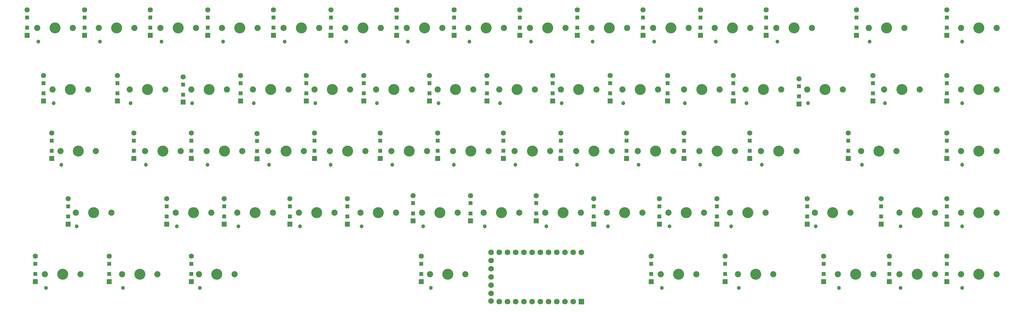
<source format=gts>
G04 #@! TF.GenerationSoftware,KiCad,Pcbnew,6.0.2+dfsg-1*
G04 #@! TF.CreationDate,2023-02-02T22:31:43+01:00*
G04 #@! TF.ProjectId,keyboard,6b657962-6f61-4726-942e-6b696361645f,rev?*
G04 #@! TF.SameCoordinates,Original*
G04 #@! TF.FileFunction,Soldermask,Top*
G04 #@! TF.FilePolarity,Negative*
%FSLAX46Y46*%
G04 Gerber Fmt 4.6, Leading zero omitted, Abs format (unit mm)*
G04 Created by KiCad (PCBNEW 6.0.2+dfsg-1) date 2023-02-02 22:31:43*
%MOMM*%
%LPD*%
G01*
G04 APERTURE LIST*
%ADD10C,1.900000*%
%ADD11C,3.400000*%
%ADD12C,1.200000*%
%ADD13R,1.200000X1.200000*%
%ADD14R,1.600000X1.600000*%
%ADD15C,1.600000*%
%ADD16R,1.752600X1.752600*%
%ADD17C,1.752600*%
G04 APERTURE END LIST*
D10*
X194846500Y-80415500D03*
D11*
X189346500Y-80415500D03*
D12*
X184126500Y-84615500D03*
D10*
X183846500Y-80415500D03*
D12*
X157932750Y-122715500D03*
D11*
X163152750Y-118515500D03*
D10*
X168652750Y-118515500D03*
X157652750Y-118515500D03*
D11*
X258402750Y-118515500D03*
D10*
X252902750Y-118515500D03*
X263902750Y-118515500D03*
D12*
X253182750Y-122715500D03*
D11*
X234590250Y-118515500D03*
D10*
X229090250Y-118515500D03*
X240090250Y-118515500D03*
D12*
X229370250Y-122715500D03*
D11*
X91715250Y-118515500D03*
D10*
X86215250Y-118515500D03*
X97215250Y-118515500D03*
D12*
X86495250Y-122715500D03*
D11*
X67902750Y-118515500D03*
D10*
X62402750Y-118515500D03*
X73402750Y-118515500D03*
D12*
X62682750Y-122715500D03*
D11*
X44090250Y-118515500D03*
D10*
X38590250Y-118515500D03*
X49590250Y-118515500D03*
D12*
X38870250Y-122715500D03*
D11*
X282215250Y-99465500D03*
D10*
X276715250Y-99465500D03*
X287715250Y-99465500D03*
D12*
X276995250Y-103665500D03*
D11*
X53615250Y-99465500D03*
D10*
X48115250Y-99465500D03*
X59115250Y-99465500D03*
D12*
X48395250Y-103665500D03*
D11*
X296502750Y-80415500D03*
D10*
X291002750Y-80415500D03*
X302002750Y-80415500D03*
D12*
X291282750Y-84615500D03*
D11*
X48852750Y-80415500D03*
D10*
X43352750Y-80415500D03*
X54352750Y-80415500D03*
D12*
X43632750Y-84615500D03*
D11*
X303646500Y-61365500D03*
D10*
X298146500Y-61365500D03*
X309146500Y-61365500D03*
D12*
X298426500Y-65565500D03*
D11*
X46471500Y-61365500D03*
D10*
X40971500Y-61365500D03*
X51971500Y-61365500D03*
D12*
X41251500Y-65565500D03*
D11*
X298884000Y-42315500D03*
D10*
X293384000Y-42315500D03*
X304384000Y-42315500D03*
D12*
X293664000Y-46515500D03*
D13*
X317500000Y-39065000D03*
X317500000Y-42215000D03*
D14*
X317500000Y-44540000D03*
D15*
X317500000Y-36740000D03*
D13*
X317500000Y-115265000D03*
X317500000Y-118415000D03*
D14*
X317500000Y-120740000D03*
D15*
X317500000Y-112940000D03*
D13*
X299720000Y-115265000D03*
X299720000Y-118415000D03*
D14*
X299720000Y-120740000D03*
D15*
X299720000Y-112940000D03*
D13*
X279400000Y-115265000D03*
X279400000Y-118415000D03*
D14*
X279400000Y-120740000D03*
D15*
X279400000Y-112940000D03*
D13*
X248920000Y-115265000D03*
X248920000Y-118415000D03*
D14*
X248920000Y-120740000D03*
D15*
X248920000Y-112940000D03*
D13*
X226060000Y-115265000D03*
X226060000Y-118415000D03*
D14*
X226060000Y-120740000D03*
D15*
X226060000Y-112940000D03*
D13*
X154940000Y-115265000D03*
X154940000Y-118415000D03*
D14*
X154940000Y-120740000D03*
D15*
X154940000Y-112940000D03*
D13*
X83820000Y-115265000D03*
X83820000Y-118415000D03*
D14*
X83820000Y-120740000D03*
D15*
X83820000Y-112940000D03*
D13*
X58420000Y-115265000D03*
X58420000Y-118415000D03*
D14*
X58420000Y-120740000D03*
D15*
X58420000Y-112940000D03*
D13*
X35560000Y-115265000D03*
X35560000Y-118415000D03*
D14*
X35560000Y-120740000D03*
D15*
X35560000Y-112940000D03*
D13*
X317500000Y-97485000D03*
X317500000Y-100635000D03*
D14*
X317500000Y-102960000D03*
D15*
X317500000Y-95160000D03*
D13*
X297180000Y-97485000D03*
X297180000Y-100635000D03*
D14*
X297180000Y-102960000D03*
D15*
X297180000Y-95160000D03*
D13*
X274320000Y-97485000D03*
X274320000Y-100635000D03*
D14*
X274320000Y-102960000D03*
D15*
X274320000Y-95160000D03*
D13*
X246380000Y-97485000D03*
X246380000Y-100635000D03*
D14*
X246380000Y-102960000D03*
D15*
X246380000Y-95160000D03*
D13*
X228600000Y-97485000D03*
X228600000Y-100635000D03*
D14*
X228600000Y-102960000D03*
D15*
X228600000Y-95160000D03*
D13*
X208280000Y-97485000D03*
X208280000Y-100635000D03*
D14*
X208280000Y-102960000D03*
D15*
X208280000Y-95160000D03*
D13*
X190500000Y-96520000D03*
X190500000Y-99670000D03*
D14*
X190500000Y-101995000D03*
D15*
X190500000Y-94195000D03*
D13*
X170180000Y-96520000D03*
X170180000Y-99670000D03*
D14*
X170180000Y-101995000D03*
D15*
X170180000Y-94195000D03*
D13*
X152400000Y-96520000D03*
X152400000Y-99670000D03*
D14*
X152400000Y-101995000D03*
D15*
X152400000Y-94195000D03*
D13*
X132080000Y-97485000D03*
X132080000Y-100635000D03*
D14*
X132080000Y-102960000D03*
D15*
X132080000Y-95160000D03*
D13*
X114300000Y-97485000D03*
X114300000Y-100635000D03*
D14*
X114300000Y-102960000D03*
D15*
X114300000Y-95160000D03*
D13*
X93980000Y-97485000D03*
X93980000Y-100635000D03*
D14*
X93980000Y-102960000D03*
D15*
X93980000Y-95160000D03*
D13*
X76200000Y-97485000D03*
X76200000Y-100635000D03*
D14*
X76200000Y-102960000D03*
D15*
X76200000Y-95160000D03*
D13*
X45720000Y-97485000D03*
X45720000Y-100635000D03*
D14*
X45720000Y-102960000D03*
D15*
X45720000Y-95160000D03*
D13*
X317500000Y-77165000D03*
X317500000Y-80315000D03*
D14*
X317500000Y-82640000D03*
D15*
X317500000Y-74840000D03*
D13*
X287020000Y-77165000D03*
X287020000Y-80315000D03*
D14*
X287020000Y-82640000D03*
D15*
X287020000Y-74840000D03*
D13*
X256540000Y-77165000D03*
X256540000Y-80315000D03*
D14*
X256540000Y-82640000D03*
D15*
X256540000Y-74840000D03*
D13*
X236220000Y-77165000D03*
X236220000Y-80315000D03*
D14*
X236220000Y-82640000D03*
D15*
X236220000Y-74840000D03*
D13*
X218440000Y-77165000D03*
X218440000Y-80315000D03*
D14*
X218440000Y-82640000D03*
D15*
X218440000Y-74840000D03*
D13*
X198120000Y-77165000D03*
X198120000Y-80315000D03*
D14*
X198120000Y-82640000D03*
D15*
X198120000Y-74840000D03*
D13*
X180340000Y-77165000D03*
X180340000Y-80315000D03*
D14*
X180340000Y-82640000D03*
D15*
X180340000Y-74840000D03*
D13*
X160020000Y-77165000D03*
X160020000Y-80315000D03*
D14*
X160020000Y-82640000D03*
D15*
X160020000Y-74840000D03*
D13*
X142240000Y-77165000D03*
X142240000Y-80315000D03*
D14*
X142240000Y-82640000D03*
D15*
X142240000Y-74840000D03*
D13*
X121920000Y-77165000D03*
X121920000Y-80315000D03*
D14*
X121920000Y-82640000D03*
D15*
X121920000Y-74840000D03*
D13*
X104140000Y-77265500D03*
X104140000Y-80415500D03*
D14*
X104140000Y-82740500D03*
D15*
X104140000Y-74940500D03*
D13*
X83820000Y-77165000D03*
X83820000Y-80315000D03*
D14*
X83820000Y-82640000D03*
D15*
X83820000Y-74840000D03*
D13*
X66040000Y-77165000D03*
X66040000Y-80315000D03*
D14*
X66040000Y-82640000D03*
D15*
X66040000Y-74840000D03*
D13*
X40640000Y-77165000D03*
X40640000Y-80315000D03*
D14*
X40640000Y-82640000D03*
D15*
X40640000Y-74840000D03*
D13*
X317500000Y-59385000D03*
X317500000Y-62535000D03*
D14*
X317500000Y-64860000D03*
D15*
X317500000Y-57060000D03*
D13*
X294640000Y-59385000D03*
X294640000Y-62535000D03*
D14*
X294640000Y-64860000D03*
D15*
X294640000Y-57060000D03*
D13*
X271780000Y-60350000D03*
X271780000Y-63500000D03*
D14*
X271780000Y-65825000D03*
D15*
X271780000Y-58025000D03*
D13*
X251460000Y-59385000D03*
X251460000Y-62535000D03*
D14*
X251460000Y-64860000D03*
D15*
X251460000Y-57060000D03*
X231140000Y-57060000D03*
D14*
X231140000Y-64860000D03*
D13*
X231140000Y-62535000D03*
X231140000Y-59385000D03*
X213360000Y-59385000D03*
X213360000Y-62535000D03*
D14*
X213360000Y-64860000D03*
D15*
X213360000Y-57060000D03*
D13*
X195580000Y-59385000D03*
X195580000Y-62535000D03*
D14*
X195580000Y-64860000D03*
D15*
X195580000Y-57060000D03*
D13*
X175260000Y-59385000D03*
X175260000Y-62535000D03*
D14*
X175260000Y-64860000D03*
D15*
X175260000Y-57060000D03*
D13*
X157480000Y-59385000D03*
X157480000Y-62535000D03*
D14*
X157480000Y-64860000D03*
D15*
X157480000Y-57060000D03*
D13*
X137160000Y-59385000D03*
X137160000Y-62535000D03*
D14*
X137160000Y-64860000D03*
D15*
X137160000Y-57060000D03*
X119380000Y-57060000D03*
D14*
X119380000Y-64860000D03*
D13*
X119380000Y-62535000D03*
X119380000Y-59385000D03*
X99060000Y-59385000D03*
X99060000Y-62535000D03*
D14*
X99060000Y-64860000D03*
D15*
X99060000Y-57060000D03*
D13*
X81280000Y-59790500D03*
X81280000Y-62940500D03*
D14*
X81280000Y-65265500D03*
D15*
X81280000Y-57465500D03*
D13*
X60960000Y-59385000D03*
X60960000Y-62535000D03*
D14*
X60960000Y-64860000D03*
D15*
X60960000Y-57060000D03*
D13*
X38100000Y-59385000D03*
X38100000Y-62535000D03*
D14*
X38100000Y-64860000D03*
D15*
X38100000Y-57060000D03*
D13*
X289560000Y-39065000D03*
X289560000Y-42215000D03*
D14*
X289560000Y-44540000D03*
D15*
X289560000Y-36740000D03*
D13*
X261620000Y-39065000D03*
X261620000Y-42215000D03*
D14*
X261620000Y-44540000D03*
D15*
X261620000Y-36740000D03*
D13*
X241300000Y-39065000D03*
X241300000Y-42215000D03*
D14*
X241300000Y-44540000D03*
D15*
X241300000Y-36740000D03*
D13*
X223520000Y-39065000D03*
X223520000Y-42215000D03*
D14*
X223520000Y-44540000D03*
D15*
X223520000Y-36740000D03*
D13*
X203200000Y-39065000D03*
X203200000Y-42215000D03*
D14*
X203200000Y-44540000D03*
D15*
X203200000Y-36740000D03*
D13*
X185420000Y-39065000D03*
X185420000Y-42215000D03*
D14*
X185420000Y-44540000D03*
D15*
X185420000Y-36740000D03*
D13*
X165100000Y-39065000D03*
X165100000Y-42215000D03*
D14*
X165100000Y-44540000D03*
D15*
X165100000Y-36740000D03*
D13*
X147320000Y-39065000D03*
X147320000Y-42215000D03*
D14*
X147320000Y-44540000D03*
D15*
X147320000Y-36740000D03*
D13*
X127000000Y-39065000D03*
X127000000Y-42215000D03*
D14*
X127000000Y-44540000D03*
D15*
X127000000Y-36740000D03*
D13*
X109220000Y-39065000D03*
X109220000Y-42215000D03*
D14*
X109220000Y-44540000D03*
D15*
X109220000Y-36740000D03*
D13*
X88900000Y-39065000D03*
X88900000Y-42215000D03*
D14*
X88900000Y-44540000D03*
D15*
X88900000Y-36740000D03*
D13*
X71120000Y-39065000D03*
X71120000Y-42215000D03*
D14*
X71120000Y-44540000D03*
D15*
X71120000Y-36740000D03*
D13*
X50800000Y-39065000D03*
X50800000Y-42215000D03*
D14*
X50800000Y-44540000D03*
D15*
X50800000Y-36740000D03*
D13*
X33020000Y-39065000D03*
X33020000Y-42215000D03*
D14*
X33020000Y-44540000D03*
D15*
X33020000Y-36740000D03*
D12*
X74589000Y-46515500D03*
D10*
X74309000Y-42315500D03*
X85309000Y-42315500D03*
D11*
X79809000Y-42315500D03*
D12*
X79351500Y-103665500D03*
D10*
X90071500Y-99465500D03*
D11*
X84571500Y-99465500D03*
D10*
X79071500Y-99465500D03*
D12*
X255564000Y-65565500D03*
D11*
X260784000Y-61365500D03*
D10*
X255284000Y-61365500D03*
X266284000Y-61365500D03*
D11*
X279834000Y-61365500D03*
D10*
X274334000Y-61365500D03*
X285334000Y-61365500D03*
D12*
X274614000Y-65565500D03*
D11*
X327459000Y-118515500D03*
D12*
X322239000Y-122715500D03*
D10*
X321959000Y-118515500D03*
X332959000Y-118515500D03*
D12*
X188889000Y-46515500D03*
D11*
X194109000Y-42315500D03*
D10*
X199609000Y-42315500D03*
X188609000Y-42315500D03*
D11*
X175059000Y-42315500D03*
D10*
X180559000Y-42315500D03*
X169559000Y-42315500D03*
D12*
X169839000Y-46515500D03*
D10*
X250521500Y-99465500D03*
D11*
X256021500Y-99465500D03*
D10*
X261521500Y-99465500D03*
D12*
X250801500Y-103665500D03*
X198414000Y-65565500D03*
D11*
X203634000Y-61365500D03*
D10*
X198134000Y-61365500D03*
X209134000Y-61365500D03*
D11*
X213159000Y-42315500D03*
D10*
X218659000Y-42315500D03*
D12*
X207939000Y-46515500D03*
D10*
X207659000Y-42315500D03*
D11*
X289359000Y-118515500D03*
D12*
X284139000Y-122715500D03*
D10*
X294859000Y-118515500D03*
X283859000Y-118515500D03*
D12*
X117451500Y-103665500D03*
D10*
X128171500Y-99465500D03*
X117171500Y-99465500D03*
D11*
X122671500Y-99465500D03*
D10*
X332959000Y-61365500D03*
X321959000Y-61365500D03*
D11*
X327459000Y-61365500D03*
D12*
X322239000Y-65565500D03*
D11*
X246496500Y-80415500D03*
D10*
X240996500Y-80415500D03*
D12*
X241276500Y-84615500D03*
D10*
X251996500Y-80415500D03*
D11*
X117909000Y-42315500D03*
D12*
X112689000Y-46515500D03*
D10*
X123409000Y-42315500D03*
X112409000Y-42315500D03*
D16*
X204470000Y-127000000D03*
D17*
X201930000Y-127000000D03*
X199390000Y-127000000D03*
X196850000Y-127000000D03*
X194310000Y-127000000D03*
X191770000Y-127000000D03*
X189230000Y-127000000D03*
X186690000Y-127000000D03*
X184150000Y-127000000D03*
X181610000Y-127000000D03*
X179070000Y-127000000D03*
X176530000Y-126771400D03*
X176530000Y-111760000D03*
X179070000Y-111760000D03*
X181610000Y-111760000D03*
X184150000Y-111760000D03*
X186690000Y-111760000D03*
X189230000Y-111760000D03*
X191770000Y-111760000D03*
X194310000Y-111760000D03*
X196850000Y-111760000D03*
X199390000Y-111760000D03*
X201930000Y-111760000D03*
X204470000Y-111760000D03*
X176530000Y-124460000D03*
X176530000Y-121920000D03*
X176530000Y-119380000D03*
X176530000Y-116840000D03*
X176530000Y-114300000D03*
D10*
X213896500Y-80415500D03*
X202896500Y-80415500D03*
D12*
X203176500Y-84615500D03*
D11*
X208396500Y-80415500D03*
D12*
X150789000Y-46515500D03*
D10*
X150509000Y-42315500D03*
D11*
X156009000Y-42315500D03*
D10*
X161509000Y-42315500D03*
D11*
X94096500Y-80415500D03*
D10*
X99596500Y-80415500D03*
X88596500Y-80415500D03*
D12*
X88876500Y-84615500D03*
X174601500Y-103665500D03*
D10*
X185321500Y-99465500D03*
X174321500Y-99465500D03*
D11*
X179821500Y-99465500D03*
X127434000Y-61365500D03*
D10*
X121934000Y-61365500D03*
X132934000Y-61365500D03*
D12*
X122214000Y-65565500D03*
D10*
X228184000Y-61365500D03*
X217184000Y-61365500D03*
D12*
X217464000Y-65565500D03*
D11*
X222684000Y-61365500D03*
D10*
X136221500Y-99465500D03*
X147221500Y-99465500D03*
D12*
X136501500Y-103665500D03*
D11*
X141721500Y-99465500D03*
D12*
X303189000Y-122715500D03*
D10*
X313909000Y-118515500D03*
D11*
X308409000Y-118515500D03*
D10*
X302909000Y-118515500D03*
X155271500Y-99465500D03*
D11*
X160771500Y-99465500D03*
D12*
X155551500Y-103665500D03*
D10*
X166271500Y-99465500D03*
X156746500Y-80415500D03*
D12*
X146026500Y-84615500D03*
D10*
X145746500Y-80415500D03*
D11*
X151246500Y-80415500D03*
D12*
X193651500Y-103665500D03*
D10*
X204371500Y-99465500D03*
X193371500Y-99465500D03*
D11*
X198871500Y-99465500D03*
D10*
X302909000Y-99465500D03*
D12*
X303189000Y-103665500D03*
D11*
X308409000Y-99465500D03*
D10*
X313909000Y-99465500D03*
D11*
X98859000Y-42315500D03*
D12*
X93639000Y-46515500D03*
D10*
X93359000Y-42315500D03*
X104359000Y-42315500D03*
X236234000Y-61365500D03*
D11*
X241734000Y-61365500D03*
D10*
X247234000Y-61365500D03*
D12*
X236514000Y-65565500D03*
X107926500Y-84615500D03*
D10*
X118646500Y-80415500D03*
D11*
X113146500Y-80415500D03*
D10*
X107646500Y-80415500D03*
D11*
X70284000Y-61365500D03*
D10*
X75784000Y-61365500D03*
D12*
X65064000Y-65565500D03*
D10*
X64784000Y-61365500D03*
X142459000Y-42315500D03*
X131459000Y-42315500D03*
D12*
X131739000Y-46515500D03*
D11*
X136959000Y-42315500D03*
D12*
X69826500Y-84615500D03*
D10*
X69546500Y-80415500D03*
D11*
X75046500Y-80415500D03*
D10*
X80546500Y-80415500D03*
D11*
X146484000Y-61365500D03*
D10*
X140984000Y-61365500D03*
X151984000Y-61365500D03*
D12*
X141264000Y-65565500D03*
D10*
X94834000Y-61365500D03*
D11*
X89334000Y-61365500D03*
D10*
X83834000Y-61365500D03*
D12*
X84114000Y-65565500D03*
X322239000Y-46515500D03*
D11*
X327459000Y-42315500D03*
D10*
X321959000Y-42315500D03*
X332959000Y-42315500D03*
X109121500Y-99465500D03*
D11*
X103621500Y-99465500D03*
D10*
X98121500Y-99465500D03*
D12*
X98401500Y-103665500D03*
D11*
X251259000Y-42315500D03*
D10*
X256759000Y-42315500D03*
X245759000Y-42315500D03*
D12*
X246039000Y-46515500D03*
D11*
X170296500Y-80415500D03*
D10*
X164796500Y-80415500D03*
D12*
X165076500Y-84615500D03*
D10*
X175796500Y-80415500D03*
D11*
X165534000Y-61365500D03*
D10*
X160034000Y-61365500D03*
D12*
X160314000Y-65565500D03*
D10*
X171034000Y-61365500D03*
X190084000Y-61365500D03*
X179084000Y-61365500D03*
D12*
X179364000Y-65565500D03*
D11*
X184584000Y-61365500D03*
D12*
X55539000Y-46515500D03*
D10*
X55259000Y-42315500D03*
D11*
X60759000Y-42315500D03*
D10*
X66259000Y-42315500D03*
D11*
X217921500Y-99465500D03*
D10*
X223421500Y-99465500D03*
D12*
X212701500Y-103665500D03*
D10*
X212421500Y-99465500D03*
X231471500Y-99465500D03*
D12*
X231751500Y-103665500D03*
D11*
X236971500Y-99465500D03*
D10*
X242471500Y-99465500D03*
X113884000Y-61365500D03*
X102884000Y-61365500D03*
D12*
X103164000Y-65565500D03*
D11*
X108384000Y-61365500D03*
X327459000Y-99465500D03*
D12*
X322239000Y-103665500D03*
D10*
X332959000Y-99465500D03*
X321959000Y-99465500D03*
D12*
X260326500Y-84615500D03*
D11*
X265546500Y-80415500D03*
D10*
X271046500Y-80415500D03*
X260046500Y-80415500D03*
D12*
X36489000Y-46515500D03*
D10*
X36209000Y-42315500D03*
X47209000Y-42315500D03*
D11*
X41709000Y-42315500D03*
D12*
X322239000Y-84615500D03*
D11*
X327459000Y-80415500D03*
D10*
X332959000Y-80415500D03*
X321959000Y-80415500D03*
X226709000Y-42315500D03*
X237709000Y-42315500D03*
D12*
X226989000Y-46515500D03*
D11*
X232209000Y-42315500D03*
D10*
X264809000Y-42315500D03*
D11*
X270309000Y-42315500D03*
D10*
X275809000Y-42315500D03*
D12*
X265089000Y-46515500D03*
X126976500Y-84615500D03*
D11*
X132196500Y-80415500D03*
D10*
X126696500Y-80415500D03*
X137696500Y-80415500D03*
X221946500Y-80415500D03*
X232946500Y-80415500D03*
D11*
X227446500Y-80415500D03*
D12*
X222226500Y-84615500D03*
M02*

</source>
